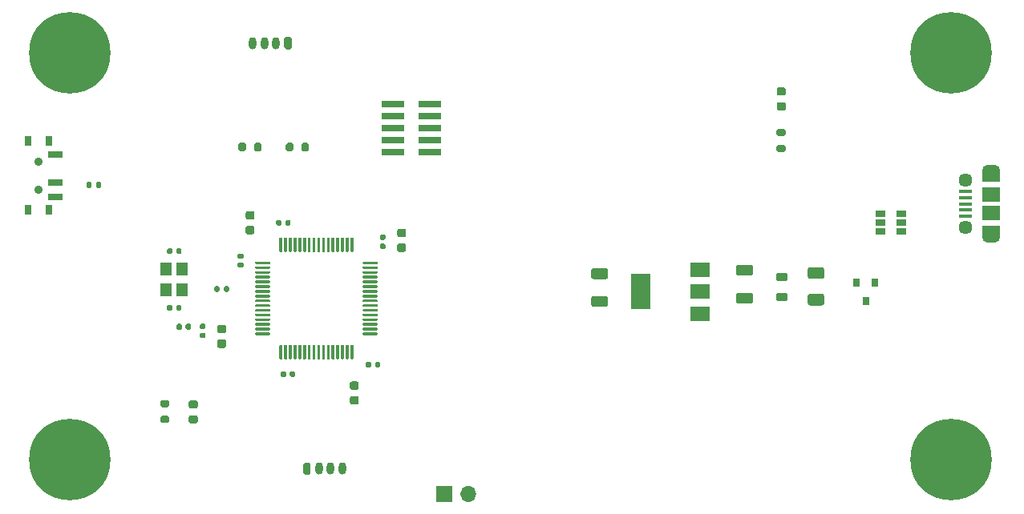
<source format=gbr>
%TF.GenerationSoftware,KiCad,Pcbnew,(5.1.8)-1*%
%TF.CreationDate,2021-03-29T14:59:59+03:00*%
%TF.ProjectId,STM32_PCB,53544d33-325f-4504-9342-2e6b69636164,rev?*%
%TF.SameCoordinates,Original*%
%TF.FileFunction,Soldermask,Top*%
%TF.FilePolarity,Negative*%
%FSLAX46Y46*%
G04 Gerber Fmt 4.6, Leading zero omitted, Abs format (unit mm)*
G04 Created by KiCad (PCBNEW (5.1.8)-1) date 2021-03-29 14:59:59*
%MOMM*%
%LPD*%
G01*
G04 APERTURE LIST*
%ADD10R,2.000000X1.500000*%
%ADD11R,2.000000X3.800000*%
%ADD12O,1.700000X1.700000*%
%ADD13R,1.700000X1.700000*%
%ADD14C,8.600000*%
%ADD15C,0.900000*%
%ADD16R,1.900000X1.500000*%
%ADD17C,1.450000*%
%ADD18R,1.350000X0.400000*%
%ADD19O,1.900000X1.200000*%
%ADD20R,1.900000X1.200000*%
%ADD21O,0.800000X1.300000*%
%ADD22R,2.400000X0.740000*%
%ADD23R,0.800000X0.900000*%
%ADD24R,1.500000X0.700000*%
%ADD25R,0.800000X1.000000*%
%ADD26R,1.060000X0.650000*%
%ADD27R,1.200000X1.400000*%
G04 APERTURE END LIST*
D10*
%TO.C,U3*%
X138550000Y-103600000D03*
X138550000Y-99000000D03*
X138550000Y-101300000D03*
D11*
X132250000Y-101300000D03*
%TD*%
%TO.C,C4*%
G36*
G01*
X128550001Y-99950000D02*
X127249999Y-99950000D01*
G75*
G02*
X127000000Y-99700001I0J249999D01*
G01*
X127000000Y-99049999D01*
G75*
G02*
X127249999Y-98800000I249999J0D01*
G01*
X128550001Y-98800000D01*
G75*
G02*
X128800000Y-99049999I0J-249999D01*
G01*
X128800000Y-99700001D01*
G75*
G02*
X128550001Y-99950000I-249999J0D01*
G01*
G37*
G36*
G01*
X128550001Y-102900000D02*
X127249999Y-102900000D01*
G75*
G02*
X127000000Y-102650001I0J249999D01*
G01*
X127000000Y-101999999D01*
G75*
G02*
X127249999Y-101750000I249999J0D01*
G01*
X128550001Y-101750000D01*
G75*
G02*
X128800000Y-101999999I0J-249999D01*
G01*
X128800000Y-102650001D01*
G75*
G02*
X128550001Y-102900000I-249999J0D01*
G01*
G37*
%TD*%
%TO.C,R11*%
G36*
G01*
X146775000Y-85725000D02*
X147325000Y-85725000D01*
G75*
G02*
X147525000Y-85925000I0J-200000D01*
G01*
X147525000Y-86325000D01*
G75*
G02*
X147325000Y-86525000I-200000J0D01*
G01*
X146775000Y-86525000D01*
G75*
G02*
X146575000Y-86325000I0J200000D01*
G01*
X146575000Y-85925000D01*
G75*
G02*
X146775000Y-85725000I200000J0D01*
G01*
G37*
G36*
G01*
X146775000Y-84075000D02*
X147325000Y-84075000D01*
G75*
G02*
X147525000Y-84275000I0J-200000D01*
G01*
X147525000Y-84675000D01*
G75*
G02*
X147325000Y-84875000I-200000J0D01*
G01*
X146775000Y-84875000D01*
G75*
G02*
X146575000Y-84675000I0J200000D01*
G01*
X146575000Y-84275000D01*
G75*
G02*
X146775000Y-84075000I200000J0D01*
G01*
G37*
%TD*%
%TO.C,FB1*%
G36*
G01*
X146768750Y-101425000D02*
X147531250Y-101425000D01*
G75*
G02*
X147750000Y-101643750I0J-218750D01*
G01*
X147750000Y-102081250D01*
G75*
G02*
X147531250Y-102300000I-218750J0D01*
G01*
X146768750Y-102300000D01*
G75*
G02*
X146550000Y-102081250I0J218750D01*
G01*
X146550000Y-101643750D01*
G75*
G02*
X146768750Y-101425000I218750J0D01*
G01*
G37*
G36*
G01*
X146768750Y-99300000D02*
X147531250Y-99300000D01*
G75*
G02*
X147750000Y-99518750I0J-218750D01*
G01*
X147750000Y-99956250D01*
G75*
G02*
X147531250Y-100175000I-218750J0D01*
G01*
X146768750Y-100175000D01*
G75*
G02*
X146550000Y-99956250I0J218750D01*
G01*
X146550000Y-99518750D01*
G75*
G02*
X146768750Y-99300000I218750J0D01*
G01*
G37*
%TD*%
%TO.C,F1*%
G36*
G01*
X150125000Y-101495000D02*
X151375000Y-101495000D01*
G75*
G02*
X151625000Y-101745000I0J-250000D01*
G01*
X151625000Y-102495000D01*
G75*
G02*
X151375000Y-102745000I-250000J0D01*
G01*
X150125000Y-102745000D01*
G75*
G02*
X149875000Y-102495000I0J250000D01*
G01*
X149875000Y-101745000D01*
G75*
G02*
X150125000Y-101495000I250000J0D01*
G01*
G37*
G36*
G01*
X150125000Y-98695000D02*
X151375000Y-98695000D01*
G75*
G02*
X151625000Y-98945000I0J-250000D01*
G01*
X151625000Y-99695000D01*
G75*
G02*
X151375000Y-99945000I-250000J0D01*
G01*
X150125000Y-99945000D01*
G75*
G02*
X149875000Y-99695000I0J250000D01*
G01*
X149875000Y-98945000D01*
G75*
G02*
X150125000Y-98695000I250000J0D01*
G01*
G37*
%TD*%
%TO.C,D4*%
G36*
G01*
X147346250Y-80550000D02*
X146833750Y-80550000D01*
G75*
G02*
X146615000Y-80331250I0J218750D01*
G01*
X146615000Y-79893750D01*
G75*
G02*
X146833750Y-79675000I218750J0D01*
G01*
X147346250Y-79675000D01*
G75*
G02*
X147565000Y-79893750I0J-218750D01*
G01*
X147565000Y-80331250D01*
G75*
G02*
X147346250Y-80550000I-218750J0D01*
G01*
G37*
G36*
G01*
X147346250Y-82125000D02*
X146833750Y-82125000D01*
G75*
G02*
X146615000Y-81906250I0J218750D01*
G01*
X146615000Y-81468750D01*
G75*
G02*
X146833750Y-81250000I218750J0D01*
G01*
X147346250Y-81250000D01*
G75*
G02*
X147565000Y-81468750I0J-218750D01*
G01*
X147565000Y-81906250D01*
G75*
G02*
X147346250Y-82125000I-218750J0D01*
G01*
G37*
%TD*%
%TO.C,C6*%
G36*
G01*
X142549999Y-101400000D02*
X143850001Y-101400000D01*
G75*
G02*
X144100000Y-101649999I0J-249999D01*
G01*
X144100000Y-102300001D01*
G75*
G02*
X143850001Y-102550000I-249999J0D01*
G01*
X142549999Y-102550000D01*
G75*
G02*
X142300000Y-102300001I0J249999D01*
G01*
X142300000Y-101649999D01*
G75*
G02*
X142549999Y-101400000I249999J0D01*
G01*
G37*
G36*
G01*
X142549999Y-98450000D02*
X143850001Y-98450000D01*
G75*
G02*
X144100000Y-98699999I0J-249999D01*
G01*
X144100000Y-99350001D01*
G75*
G02*
X143850001Y-99600000I-249999J0D01*
G01*
X142549999Y-99600000D01*
G75*
G02*
X142300000Y-99350001I0J249999D01*
G01*
X142300000Y-98699999D01*
G75*
G02*
X142549999Y-98450000I249999J0D01*
G01*
G37*
%TD*%
D12*
%TO.C,J6*%
X114040000Y-122650000D03*
D13*
X111500000Y-122650000D03*
%TD*%
%TO.C,C1*%
G36*
G01*
X91250000Y-95225000D02*
X90750000Y-95225000D01*
G75*
G02*
X90525000Y-95000000I0J225000D01*
G01*
X90525000Y-94550000D01*
G75*
G02*
X90750000Y-94325000I225000J0D01*
G01*
X91250000Y-94325000D01*
G75*
G02*
X91475000Y-94550000I0J-225000D01*
G01*
X91475000Y-95000000D01*
G75*
G02*
X91250000Y-95225000I-225000J0D01*
G01*
G37*
G36*
G01*
X91250000Y-93675000D02*
X90750000Y-93675000D01*
G75*
G02*
X90525000Y-93450000I0J225000D01*
G01*
X90525000Y-93000000D01*
G75*
G02*
X90750000Y-92775000I225000J0D01*
G01*
X91250000Y-92775000D01*
G75*
G02*
X91475000Y-93000000I0J-225000D01*
G01*
X91475000Y-93450000D01*
G75*
G02*
X91250000Y-93675000I-225000J0D01*
G01*
G37*
%TD*%
%TO.C,C2*%
G36*
G01*
X101750000Y-112325000D02*
X102250000Y-112325000D01*
G75*
G02*
X102475000Y-112550000I0J-225000D01*
G01*
X102475000Y-113000000D01*
G75*
G02*
X102250000Y-113225000I-225000J0D01*
G01*
X101750000Y-113225000D01*
G75*
G02*
X101525000Y-113000000I0J225000D01*
G01*
X101525000Y-112550000D01*
G75*
G02*
X101750000Y-112325000I225000J0D01*
G01*
G37*
G36*
G01*
X101750000Y-110775000D02*
X102250000Y-110775000D01*
G75*
G02*
X102475000Y-111000000I0J-225000D01*
G01*
X102475000Y-111450000D01*
G75*
G02*
X102250000Y-111675000I-225000J0D01*
G01*
X101750000Y-111675000D01*
G75*
G02*
X101525000Y-111450000I0J225000D01*
G01*
X101525000Y-111000000D01*
G75*
G02*
X101750000Y-110775000I225000J0D01*
G01*
G37*
%TD*%
%TO.C,C3*%
G36*
G01*
X90170000Y-97800000D02*
X89830000Y-97800000D01*
G75*
G02*
X89690000Y-97660000I0J140000D01*
G01*
X89690000Y-97380000D01*
G75*
G02*
X89830000Y-97240000I140000J0D01*
G01*
X90170000Y-97240000D01*
G75*
G02*
X90310000Y-97380000I0J-140000D01*
G01*
X90310000Y-97660000D01*
G75*
G02*
X90170000Y-97800000I-140000J0D01*
G01*
G37*
G36*
G01*
X90170000Y-98760000D02*
X89830000Y-98760000D01*
G75*
G02*
X89690000Y-98620000I0J140000D01*
G01*
X89690000Y-98340000D01*
G75*
G02*
X89830000Y-98200000I140000J0D01*
G01*
X90170000Y-98200000D01*
G75*
G02*
X90310000Y-98340000I0J-140000D01*
G01*
X90310000Y-98620000D01*
G75*
G02*
X90170000Y-98760000I-140000J0D01*
G01*
G37*
%TD*%
%TO.C,C5*%
G36*
G01*
X107250000Y-97085000D02*
X106750000Y-97085000D01*
G75*
G02*
X106525000Y-96860000I0J225000D01*
G01*
X106525000Y-96410000D01*
G75*
G02*
X106750000Y-96185000I225000J0D01*
G01*
X107250000Y-96185000D01*
G75*
G02*
X107475000Y-96410000I0J-225000D01*
G01*
X107475000Y-96860000D01*
G75*
G02*
X107250000Y-97085000I-225000J0D01*
G01*
G37*
G36*
G01*
X107250000Y-95535000D02*
X106750000Y-95535000D01*
G75*
G02*
X106525000Y-95310000I0J225000D01*
G01*
X106525000Y-94860000D01*
G75*
G02*
X106750000Y-94635000I225000J0D01*
G01*
X107250000Y-94635000D01*
G75*
G02*
X107475000Y-94860000I0J-225000D01*
G01*
X107475000Y-95310000D01*
G75*
G02*
X107250000Y-95535000I-225000J0D01*
G01*
G37*
%TD*%
%TO.C,C7*%
G36*
G01*
X95760000Y-109830000D02*
X95760000Y-110170000D01*
G75*
G02*
X95620000Y-110310000I-140000J0D01*
G01*
X95340000Y-110310000D01*
G75*
G02*
X95200000Y-110170000I0J140000D01*
G01*
X95200000Y-109830000D01*
G75*
G02*
X95340000Y-109690000I140000J0D01*
G01*
X95620000Y-109690000D01*
G75*
G02*
X95760000Y-109830000I0J-140000D01*
G01*
G37*
G36*
G01*
X94800000Y-109830000D02*
X94800000Y-110170000D01*
G75*
G02*
X94660000Y-110310000I-140000J0D01*
G01*
X94380000Y-110310000D01*
G75*
G02*
X94240000Y-110170000I0J140000D01*
G01*
X94240000Y-109830000D01*
G75*
G02*
X94380000Y-109690000I140000J0D01*
G01*
X94660000Y-109690000D01*
G75*
G02*
X94800000Y-109830000I0J-140000D01*
G01*
G37*
%TD*%
%TO.C,C9*%
G36*
G01*
X105170000Y-95800000D02*
X104830000Y-95800000D01*
G75*
G02*
X104690000Y-95660000I0J140000D01*
G01*
X104690000Y-95380000D01*
G75*
G02*
X104830000Y-95240000I140000J0D01*
G01*
X105170000Y-95240000D01*
G75*
G02*
X105310000Y-95380000I0J-140000D01*
G01*
X105310000Y-95660000D01*
G75*
G02*
X105170000Y-95800000I-140000J0D01*
G01*
G37*
G36*
G01*
X105170000Y-96760000D02*
X104830000Y-96760000D01*
G75*
G02*
X104690000Y-96620000I0J140000D01*
G01*
X104690000Y-96340000D01*
G75*
G02*
X104830000Y-96200000I140000J0D01*
G01*
X105170000Y-96200000D01*
G75*
G02*
X105310000Y-96340000I0J-140000D01*
G01*
X105310000Y-96620000D01*
G75*
G02*
X105170000Y-96760000I-140000J0D01*
G01*
G37*
%TD*%
%TO.C,C10*%
G36*
G01*
X93760000Y-94170000D02*
X93760000Y-93830000D01*
G75*
G02*
X93900000Y-93690000I140000J0D01*
G01*
X94180000Y-93690000D01*
G75*
G02*
X94320000Y-93830000I0J-140000D01*
G01*
X94320000Y-94170000D01*
G75*
G02*
X94180000Y-94310000I-140000J0D01*
G01*
X93900000Y-94310000D01*
G75*
G02*
X93760000Y-94170000I0J140000D01*
G01*
G37*
G36*
G01*
X94720000Y-94170000D02*
X94720000Y-93830000D01*
G75*
G02*
X94860000Y-93690000I140000J0D01*
G01*
X95140000Y-93690000D01*
G75*
G02*
X95280000Y-93830000I0J-140000D01*
G01*
X95280000Y-94170000D01*
G75*
G02*
X95140000Y-94310000I-140000J0D01*
G01*
X94860000Y-94310000D01*
G75*
G02*
X94720000Y-94170000I0J140000D01*
G01*
G37*
%TD*%
%TO.C,C11*%
G36*
G01*
X104200000Y-109170000D02*
X104200000Y-108830000D01*
G75*
G02*
X104340000Y-108690000I140000J0D01*
G01*
X104620000Y-108690000D01*
G75*
G02*
X104760000Y-108830000I0J-140000D01*
G01*
X104760000Y-109170000D01*
G75*
G02*
X104620000Y-109310000I-140000J0D01*
G01*
X104340000Y-109310000D01*
G75*
G02*
X104200000Y-109170000I0J140000D01*
G01*
G37*
G36*
G01*
X103240000Y-109170000D02*
X103240000Y-108830000D01*
G75*
G02*
X103380000Y-108690000I140000J0D01*
G01*
X103660000Y-108690000D01*
G75*
G02*
X103800000Y-108830000I0J-140000D01*
G01*
X103800000Y-109170000D01*
G75*
G02*
X103660000Y-109310000I-140000J0D01*
G01*
X103380000Y-109310000D01*
G75*
G02*
X103240000Y-109170000I0J140000D01*
G01*
G37*
%TD*%
%TO.C,C12*%
G36*
G01*
X82240000Y-97170000D02*
X82240000Y-96830000D01*
G75*
G02*
X82380000Y-96690000I140000J0D01*
G01*
X82660000Y-96690000D01*
G75*
G02*
X82800000Y-96830000I0J-140000D01*
G01*
X82800000Y-97170000D01*
G75*
G02*
X82660000Y-97310000I-140000J0D01*
G01*
X82380000Y-97310000D01*
G75*
G02*
X82240000Y-97170000I0J140000D01*
G01*
G37*
G36*
G01*
X83200000Y-97170000D02*
X83200000Y-96830000D01*
G75*
G02*
X83340000Y-96690000I140000J0D01*
G01*
X83620000Y-96690000D01*
G75*
G02*
X83760000Y-96830000I0J-140000D01*
G01*
X83760000Y-97170000D01*
G75*
G02*
X83620000Y-97310000I-140000J0D01*
G01*
X83340000Y-97310000D01*
G75*
G02*
X83200000Y-97170000I0J140000D01*
G01*
G37*
%TD*%
%TO.C,C13*%
G36*
G01*
X86170000Y-106200000D02*
X85830000Y-106200000D01*
G75*
G02*
X85690000Y-106060000I0J140000D01*
G01*
X85690000Y-105780000D01*
G75*
G02*
X85830000Y-105640000I140000J0D01*
G01*
X86170000Y-105640000D01*
G75*
G02*
X86310000Y-105780000I0J-140000D01*
G01*
X86310000Y-106060000D01*
G75*
G02*
X86170000Y-106200000I-140000J0D01*
G01*
G37*
G36*
G01*
X86170000Y-105240000D02*
X85830000Y-105240000D01*
G75*
G02*
X85690000Y-105100000I0J140000D01*
G01*
X85690000Y-104820000D01*
G75*
G02*
X85830000Y-104680000I140000J0D01*
G01*
X86170000Y-104680000D01*
G75*
G02*
X86310000Y-104820000I0J-140000D01*
G01*
X86310000Y-105100000D01*
G75*
G02*
X86170000Y-105240000I-140000J0D01*
G01*
G37*
%TD*%
%TO.C,C14*%
G36*
G01*
X82800000Y-102830000D02*
X82800000Y-103170000D01*
G75*
G02*
X82660000Y-103310000I-140000J0D01*
G01*
X82380000Y-103310000D01*
G75*
G02*
X82240000Y-103170000I0J140000D01*
G01*
X82240000Y-102830000D01*
G75*
G02*
X82380000Y-102690000I140000J0D01*
G01*
X82660000Y-102690000D01*
G75*
G02*
X82800000Y-102830000I0J-140000D01*
G01*
G37*
G36*
G01*
X83760000Y-102830000D02*
X83760000Y-103170000D01*
G75*
G02*
X83620000Y-103310000I-140000J0D01*
G01*
X83340000Y-103310000D01*
G75*
G02*
X83200000Y-103170000I0J140000D01*
G01*
X83200000Y-102830000D01*
G75*
G02*
X83340000Y-102690000I140000J0D01*
G01*
X83620000Y-102690000D01*
G75*
G02*
X83760000Y-102830000I0J-140000D01*
G01*
G37*
%TD*%
%TO.C,C15*%
G36*
G01*
X88250000Y-105685000D02*
X87750000Y-105685000D01*
G75*
G02*
X87525000Y-105460000I0J225000D01*
G01*
X87525000Y-105010000D01*
G75*
G02*
X87750000Y-104785000I225000J0D01*
G01*
X88250000Y-104785000D01*
G75*
G02*
X88475000Y-105010000I0J-225000D01*
G01*
X88475000Y-105460000D01*
G75*
G02*
X88250000Y-105685000I-225000J0D01*
G01*
G37*
G36*
G01*
X88250000Y-107235000D02*
X87750000Y-107235000D01*
G75*
G02*
X87525000Y-107010000I0J225000D01*
G01*
X87525000Y-106560000D01*
G75*
G02*
X87750000Y-106335000I225000J0D01*
G01*
X88250000Y-106335000D01*
G75*
G02*
X88475000Y-106560000I0J-225000D01*
G01*
X88475000Y-107010000D01*
G75*
G02*
X88250000Y-107235000I-225000J0D01*
G01*
G37*
%TD*%
%TO.C,D1*%
G36*
G01*
X84743750Y-112775000D02*
X85256250Y-112775000D01*
G75*
G02*
X85475000Y-112993750I0J-218750D01*
G01*
X85475000Y-113431250D01*
G75*
G02*
X85256250Y-113650000I-218750J0D01*
G01*
X84743750Y-113650000D01*
G75*
G02*
X84525000Y-113431250I0J218750D01*
G01*
X84525000Y-112993750D01*
G75*
G02*
X84743750Y-112775000I218750J0D01*
G01*
G37*
G36*
G01*
X84743750Y-114350000D02*
X85256250Y-114350000D01*
G75*
G02*
X85475000Y-114568750I0J-218750D01*
G01*
X85475000Y-115006250D01*
G75*
G02*
X85256250Y-115225000I-218750J0D01*
G01*
X84743750Y-115225000D01*
G75*
G02*
X84525000Y-115006250I0J218750D01*
G01*
X84525000Y-114568750D01*
G75*
G02*
X84743750Y-114350000I218750J0D01*
G01*
G37*
%TD*%
D14*
%TO.C,H1*%
X72000000Y-119000000D03*
D15*
X75225000Y-119000000D03*
X74280419Y-121280419D03*
X72000000Y-122225000D03*
X69719581Y-121280419D03*
X68775000Y-119000000D03*
X69719581Y-116719581D03*
X72000000Y-115775000D03*
X74280419Y-116719581D03*
%TD*%
%TO.C,H2*%
X167280419Y-116719581D03*
X165000000Y-115775000D03*
X162719581Y-116719581D03*
X161775000Y-119000000D03*
X162719581Y-121280419D03*
X165000000Y-122225000D03*
X167280419Y-121280419D03*
X168225000Y-119000000D03*
D14*
X165000000Y-119000000D03*
%TD*%
D15*
%TO.C,H3*%
X74280419Y-73719581D03*
X72000000Y-72775000D03*
X69719581Y-73719581D03*
X68775000Y-76000000D03*
X69719581Y-78280419D03*
X72000000Y-79225000D03*
X74280419Y-78280419D03*
X75225000Y-76000000D03*
D14*
X72000000Y-76000000D03*
%TD*%
%TO.C,H4*%
X165000000Y-76000000D03*
D15*
X168225000Y-76000000D03*
X167280419Y-78280419D03*
X165000000Y-79225000D03*
X162719581Y-78280419D03*
X161775000Y-76000000D03*
X162719581Y-73719581D03*
X165000000Y-72775000D03*
X167280419Y-73719581D03*
%TD*%
D16*
%TO.C,J2*%
X169237500Y-91000000D03*
D17*
X166537500Y-94500000D03*
D18*
X166537500Y-92650000D03*
X166537500Y-93300000D03*
X166537500Y-90700000D03*
X166537500Y-91350000D03*
X166537500Y-92000000D03*
D17*
X166537500Y-89500000D03*
D16*
X169237500Y-93000000D03*
D19*
X169237500Y-95500000D03*
X169237500Y-88500000D03*
D20*
X169237500Y-89100000D03*
X169237500Y-94900000D03*
%TD*%
%TO.C,J3*%
G36*
G01*
X95400000Y-74550000D02*
X95400000Y-75450000D01*
G75*
G02*
X95200000Y-75650000I-200000J0D01*
G01*
X94800000Y-75650000D01*
G75*
G02*
X94600000Y-75450000I0J200000D01*
G01*
X94600000Y-74550000D01*
G75*
G02*
X94800000Y-74350000I200000J0D01*
G01*
X95200000Y-74350000D01*
G75*
G02*
X95400000Y-74550000I0J-200000D01*
G01*
G37*
D21*
X93750000Y-75000000D03*
X92500000Y-75000000D03*
X91250000Y-75000000D03*
%TD*%
D22*
%TO.C,J4*%
X109950000Y-86540000D03*
X106050000Y-86540000D03*
X109950000Y-85270000D03*
X106050000Y-85270000D03*
X109950000Y-84000000D03*
X106050000Y-84000000D03*
X109950000Y-82730000D03*
X106050000Y-82730000D03*
X109950000Y-81460000D03*
X106050000Y-81460000D03*
%TD*%
D21*
%TO.C,J5*%
X100750000Y-120000000D03*
X99500000Y-120000000D03*
X98250000Y-120000000D03*
G36*
G01*
X96600000Y-120450000D02*
X96600000Y-119550000D01*
G75*
G02*
X96800000Y-119350000I200000J0D01*
G01*
X97200000Y-119350000D01*
G75*
G02*
X97400000Y-119550000I0J-200000D01*
G01*
X97400000Y-120450000D01*
G75*
G02*
X97200000Y-120650000I-200000J0D01*
G01*
X96800000Y-120650000D01*
G75*
G02*
X96600000Y-120450000I0J200000D01*
G01*
G37*
%TD*%
%TO.C,L1*%
G36*
G01*
X84780000Y-104827500D02*
X84780000Y-105172500D01*
G75*
G02*
X84632500Y-105320000I-147500J0D01*
G01*
X84337500Y-105320000D01*
G75*
G02*
X84190000Y-105172500I0J147500D01*
G01*
X84190000Y-104827500D01*
G75*
G02*
X84337500Y-104680000I147500J0D01*
G01*
X84632500Y-104680000D01*
G75*
G02*
X84780000Y-104827500I0J-147500D01*
G01*
G37*
G36*
G01*
X83810000Y-104827500D02*
X83810000Y-105172500D01*
G75*
G02*
X83662500Y-105320000I-147500J0D01*
G01*
X83367500Y-105320000D01*
G75*
G02*
X83220000Y-105172500I0J147500D01*
G01*
X83220000Y-104827500D01*
G75*
G02*
X83367500Y-104680000I147500J0D01*
G01*
X83662500Y-104680000D01*
G75*
G02*
X83810000Y-104827500I0J-147500D01*
G01*
G37*
%TD*%
D23*
%TO.C,Q1*%
X156950000Y-100300000D03*
X155050000Y-100300000D03*
X156000000Y-102300000D03*
%TD*%
%TO.C,R1*%
G36*
G01*
X82275000Y-115185000D02*
X81725000Y-115185000D01*
G75*
G02*
X81525000Y-114985000I0J200000D01*
G01*
X81525000Y-114585000D01*
G75*
G02*
X81725000Y-114385000I200000J0D01*
G01*
X82275000Y-114385000D01*
G75*
G02*
X82475000Y-114585000I0J-200000D01*
G01*
X82475000Y-114985000D01*
G75*
G02*
X82275000Y-115185000I-200000J0D01*
G01*
G37*
G36*
G01*
X82275000Y-113535000D02*
X81725000Y-113535000D01*
G75*
G02*
X81525000Y-113335000I0J200000D01*
G01*
X81525000Y-112935000D01*
G75*
G02*
X81725000Y-112735000I200000J0D01*
G01*
X82275000Y-112735000D01*
G75*
G02*
X82475000Y-112935000I0J-200000D01*
G01*
X82475000Y-113335000D01*
G75*
G02*
X82275000Y-113535000I-200000J0D01*
G01*
G37*
%TD*%
%TO.C,R2*%
G36*
G01*
X95575000Y-85725000D02*
X95575000Y-86275000D01*
G75*
G02*
X95375000Y-86475000I-200000J0D01*
G01*
X94975000Y-86475000D01*
G75*
G02*
X94775000Y-86275000I0J200000D01*
G01*
X94775000Y-85725000D01*
G75*
G02*
X94975000Y-85525000I200000J0D01*
G01*
X95375000Y-85525000D01*
G75*
G02*
X95575000Y-85725000I0J-200000D01*
G01*
G37*
G36*
G01*
X97225000Y-85725000D02*
X97225000Y-86275000D01*
G75*
G02*
X97025000Y-86475000I-200000J0D01*
G01*
X96625000Y-86475000D01*
G75*
G02*
X96425000Y-86275000I0J200000D01*
G01*
X96425000Y-85725000D01*
G75*
G02*
X96625000Y-85525000I200000J0D01*
G01*
X97025000Y-85525000D01*
G75*
G02*
X97225000Y-85725000I0J-200000D01*
G01*
G37*
%TD*%
%TO.C,R3*%
G36*
G01*
X89775000Y-86275000D02*
X89775000Y-85725000D01*
G75*
G02*
X89975000Y-85525000I200000J0D01*
G01*
X90375000Y-85525000D01*
G75*
G02*
X90575000Y-85725000I0J-200000D01*
G01*
X90575000Y-86275000D01*
G75*
G02*
X90375000Y-86475000I-200000J0D01*
G01*
X89975000Y-86475000D01*
G75*
G02*
X89775000Y-86275000I0J200000D01*
G01*
G37*
G36*
G01*
X91425000Y-86275000D02*
X91425000Y-85725000D01*
G75*
G02*
X91625000Y-85525000I200000J0D01*
G01*
X92025000Y-85525000D01*
G75*
G02*
X92225000Y-85725000I0J-200000D01*
G01*
X92225000Y-86275000D01*
G75*
G02*
X92025000Y-86475000I-200000J0D01*
G01*
X91625000Y-86475000D01*
G75*
G02*
X91425000Y-86275000I0J200000D01*
G01*
G37*
%TD*%
%TO.C,R4*%
G36*
G01*
X73730000Y-90185000D02*
X73730000Y-89815000D01*
G75*
G02*
X73865000Y-89680000I135000J0D01*
G01*
X74135000Y-89680000D01*
G75*
G02*
X74270000Y-89815000I0J-135000D01*
G01*
X74270000Y-90185000D01*
G75*
G02*
X74135000Y-90320000I-135000J0D01*
G01*
X73865000Y-90320000D01*
G75*
G02*
X73730000Y-90185000I0J135000D01*
G01*
G37*
G36*
G01*
X74750000Y-90185000D02*
X74750000Y-89815000D01*
G75*
G02*
X74885000Y-89680000I135000J0D01*
G01*
X75155000Y-89680000D01*
G75*
G02*
X75290000Y-89815000I0J-135000D01*
G01*
X75290000Y-90185000D01*
G75*
G02*
X75155000Y-90320000I-135000J0D01*
G01*
X74885000Y-90320000D01*
G75*
G02*
X74750000Y-90185000I0J135000D01*
G01*
G37*
%TD*%
%TO.C,R5*%
G36*
G01*
X87760000Y-100815000D02*
X87760000Y-101185000D01*
G75*
G02*
X87625000Y-101320000I-135000J0D01*
G01*
X87355000Y-101320000D01*
G75*
G02*
X87220000Y-101185000I0J135000D01*
G01*
X87220000Y-100815000D01*
G75*
G02*
X87355000Y-100680000I135000J0D01*
G01*
X87625000Y-100680000D01*
G75*
G02*
X87760000Y-100815000I0J-135000D01*
G01*
G37*
G36*
G01*
X88780000Y-100815000D02*
X88780000Y-101185000D01*
G75*
G02*
X88645000Y-101320000I-135000J0D01*
G01*
X88375000Y-101320000D01*
G75*
G02*
X88240000Y-101185000I0J135000D01*
G01*
X88240000Y-100815000D01*
G75*
G02*
X88375000Y-100680000I135000J0D01*
G01*
X88645000Y-100680000D01*
G75*
G02*
X88780000Y-100815000I0J-135000D01*
G01*
G37*
%TD*%
D15*
%TO.C,SW1*%
X68670000Y-87500000D03*
X68670000Y-90500000D03*
D24*
X70430000Y-86750000D03*
X70430000Y-89750000D03*
X70430000Y-91250000D03*
D25*
X67570000Y-85350000D03*
X67570000Y-92650000D03*
X69780000Y-92650000D03*
X69780000Y-85350000D03*
%TD*%
%TO.C,U1*%
G36*
G01*
X91550000Y-98325000D02*
X91550000Y-98175000D01*
G75*
G02*
X91625000Y-98100000I75000J0D01*
G01*
X93025000Y-98100000D01*
G75*
G02*
X93100000Y-98175000I0J-75000D01*
G01*
X93100000Y-98325000D01*
G75*
G02*
X93025000Y-98400000I-75000J0D01*
G01*
X91625000Y-98400000D01*
G75*
G02*
X91550000Y-98325000I0J75000D01*
G01*
G37*
G36*
G01*
X91550000Y-98825000D02*
X91550000Y-98675000D01*
G75*
G02*
X91625000Y-98600000I75000J0D01*
G01*
X93025000Y-98600000D01*
G75*
G02*
X93100000Y-98675000I0J-75000D01*
G01*
X93100000Y-98825000D01*
G75*
G02*
X93025000Y-98900000I-75000J0D01*
G01*
X91625000Y-98900000D01*
G75*
G02*
X91550000Y-98825000I0J75000D01*
G01*
G37*
G36*
G01*
X91550000Y-99325000D02*
X91550000Y-99175000D01*
G75*
G02*
X91625000Y-99100000I75000J0D01*
G01*
X93025000Y-99100000D01*
G75*
G02*
X93100000Y-99175000I0J-75000D01*
G01*
X93100000Y-99325000D01*
G75*
G02*
X93025000Y-99400000I-75000J0D01*
G01*
X91625000Y-99400000D01*
G75*
G02*
X91550000Y-99325000I0J75000D01*
G01*
G37*
G36*
G01*
X91550000Y-99825000D02*
X91550000Y-99675000D01*
G75*
G02*
X91625000Y-99600000I75000J0D01*
G01*
X93025000Y-99600000D01*
G75*
G02*
X93100000Y-99675000I0J-75000D01*
G01*
X93100000Y-99825000D01*
G75*
G02*
X93025000Y-99900000I-75000J0D01*
G01*
X91625000Y-99900000D01*
G75*
G02*
X91550000Y-99825000I0J75000D01*
G01*
G37*
G36*
G01*
X91550000Y-100325000D02*
X91550000Y-100175000D01*
G75*
G02*
X91625000Y-100100000I75000J0D01*
G01*
X93025000Y-100100000D01*
G75*
G02*
X93100000Y-100175000I0J-75000D01*
G01*
X93100000Y-100325000D01*
G75*
G02*
X93025000Y-100400000I-75000J0D01*
G01*
X91625000Y-100400000D01*
G75*
G02*
X91550000Y-100325000I0J75000D01*
G01*
G37*
G36*
G01*
X91550000Y-100825000D02*
X91550000Y-100675000D01*
G75*
G02*
X91625000Y-100600000I75000J0D01*
G01*
X93025000Y-100600000D01*
G75*
G02*
X93100000Y-100675000I0J-75000D01*
G01*
X93100000Y-100825000D01*
G75*
G02*
X93025000Y-100900000I-75000J0D01*
G01*
X91625000Y-100900000D01*
G75*
G02*
X91550000Y-100825000I0J75000D01*
G01*
G37*
G36*
G01*
X91550000Y-101325000D02*
X91550000Y-101175000D01*
G75*
G02*
X91625000Y-101100000I75000J0D01*
G01*
X93025000Y-101100000D01*
G75*
G02*
X93100000Y-101175000I0J-75000D01*
G01*
X93100000Y-101325000D01*
G75*
G02*
X93025000Y-101400000I-75000J0D01*
G01*
X91625000Y-101400000D01*
G75*
G02*
X91550000Y-101325000I0J75000D01*
G01*
G37*
G36*
G01*
X91550000Y-101825000D02*
X91550000Y-101675000D01*
G75*
G02*
X91625000Y-101600000I75000J0D01*
G01*
X93025000Y-101600000D01*
G75*
G02*
X93100000Y-101675000I0J-75000D01*
G01*
X93100000Y-101825000D01*
G75*
G02*
X93025000Y-101900000I-75000J0D01*
G01*
X91625000Y-101900000D01*
G75*
G02*
X91550000Y-101825000I0J75000D01*
G01*
G37*
G36*
G01*
X91550000Y-102325000D02*
X91550000Y-102175000D01*
G75*
G02*
X91625000Y-102100000I75000J0D01*
G01*
X93025000Y-102100000D01*
G75*
G02*
X93100000Y-102175000I0J-75000D01*
G01*
X93100000Y-102325000D01*
G75*
G02*
X93025000Y-102400000I-75000J0D01*
G01*
X91625000Y-102400000D01*
G75*
G02*
X91550000Y-102325000I0J75000D01*
G01*
G37*
G36*
G01*
X91550000Y-102825000D02*
X91550000Y-102675000D01*
G75*
G02*
X91625000Y-102600000I75000J0D01*
G01*
X93025000Y-102600000D01*
G75*
G02*
X93100000Y-102675000I0J-75000D01*
G01*
X93100000Y-102825000D01*
G75*
G02*
X93025000Y-102900000I-75000J0D01*
G01*
X91625000Y-102900000D01*
G75*
G02*
X91550000Y-102825000I0J75000D01*
G01*
G37*
G36*
G01*
X91550000Y-103325000D02*
X91550000Y-103175000D01*
G75*
G02*
X91625000Y-103100000I75000J0D01*
G01*
X93025000Y-103100000D01*
G75*
G02*
X93100000Y-103175000I0J-75000D01*
G01*
X93100000Y-103325000D01*
G75*
G02*
X93025000Y-103400000I-75000J0D01*
G01*
X91625000Y-103400000D01*
G75*
G02*
X91550000Y-103325000I0J75000D01*
G01*
G37*
G36*
G01*
X91550000Y-103825000D02*
X91550000Y-103675000D01*
G75*
G02*
X91625000Y-103600000I75000J0D01*
G01*
X93025000Y-103600000D01*
G75*
G02*
X93100000Y-103675000I0J-75000D01*
G01*
X93100000Y-103825000D01*
G75*
G02*
X93025000Y-103900000I-75000J0D01*
G01*
X91625000Y-103900000D01*
G75*
G02*
X91550000Y-103825000I0J75000D01*
G01*
G37*
G36*
G01*
X91550000Y-104325000D02*
X91550000Y-104175000D01*
G75*
G02*
X91625000Y-104100000I75000J0D01*
G01*
X93025000Y-104100000D01*
G75*
G02*
X93100000Y-104175000I0J-75000D01*
G01*
X93100000Y-104325000D01*
G75*
G02*
X93025000Y-104400000I-75000J0D01*
G01*
X91625000Y-104400000D01*
G75*
G02*
X91550000Y-104325000I0J75000D01*
G01*
G37*
G36*
G01*
X91550000Y-104825000D02*
X91550000Y-104675000D01*
G75*
G02*
X91625000Y-104600000I75000J0D01*
G01*
X93025000Y-104600000D01*
G75*
G02*
X93100000Y-104675000I0J-75000D01*
G01*
X93100000Y-104825000D01*
G75*
G02*
X93025000Y-104900000I-75000J0D01*
G01*
X91625000Y-104900000D01*
G75*
G02*
X91550000Y-104825000I0J75000D01*
G01*
G37*
G36*
G01*
X91550000Y-105325000D02*
X91550000Y-105175000D01*
G75*
G02*
X91625000Y-105100000I75000J0D01*
G01*
X93025000Y-105100000D01*
G75*
G02*
X93100000Y-105175000I0J-75000D01*
G01*
X93100000Y-105325000D01*
G75*
G02*
X93025000Y-105400000I-75000J0D01*
G01*
X91625000Y-105400000D01*
G75*
G02*
X91550000Y-105325000I0J75000D01*
G01*
G37*
G36*
G01*
X91550000Y-105825000D02*
X91550000Y-105675000D01*
G75*
G02*
X91625000Y-105600000I75000J0D01*
G01*
X93025000Y-105600000D01*
G75*
G02*
X93100000Y-105675000I0J-75000D01*
G01*
X93100000Y-105825000D01*
G75*
G02*
X93025000Y-105900000I-75000J0D01*
G01*
X91625000Y-105900000D01*
G75*
G02*
X91550000Y-105825000I0J75000D01*
G01*
G37*
G36*
G01*
X94100000Y-108375000D02*
X94100000Y-106975000D01*
G75*
G02*
X94175000Y-106900000I75000J0D01*
G01*
X94325000Y-106900000D01*
G75*
G02*
X94400000Y-106975000I0J-75000D01*
G01*
X94400000Y-108375000D01*
G75*
G02*
X94325000Y-108450000I-75000J0D01*
G01*
X94175000Y-108450000D01*
G75*
G02*
X94100000Y-108375000I0J75000D01*
G01*
G37*
G36*
G01*
X94600000Y-108375000D02*
X94600000Y-106975000D01*
G75*
G02*
X94675000Y-106900000I75000J0D01*
G01*
X94825000Y-106900000D01*
G75*
G02*
X94900000Y-106975000I0J-75000D01*
G01*
X94900000Y-108375000D01*
G75*
G02*
X94825000Y-108450000I-75000J0D01*
G01*
X94675000Y-108450000D01*
G75*
G02*
X94600000Y-108375000I0J75000D01*
G01*
G37*
G36*
G01*
X95100000Y-108375000D02*
X95100000Y-106975000D01*
G75*
G02*
X95175000Y-106900000I75000J0D01*
G01*
X95325000Y-106900000D01*
G75*
G02*
X95400000Y-106975000I0J-75000D01*
G01*
X95400000Y-108375000D01*
G75*
G02*
X95325000Y-108450000I-75000J0D01*
G01*
X95175000Y-108450000D01*
G75*
G02*
X95100000Y-108375000I0J75000D01*
G01*
G37*
G36*
G01*
X95600000Y-108375000D02*
X95600000Y-106975000D01*
G75*
G02*
X95675000Y-106900000I75000J0D01*
G01*
X95825000Y-106900000D01*
G75*
G02*
X95900000Y-106975000I0J-75000D01*
G01*
X95900000Y-108375000D01*
G75*
G02*
X95825000Y-108450000I-75000J0D01*
G01*
X95675000Y-108450000D01*
G75*
G02*
X95600000Y-108375000I0J75000D01*
G01*
G37*
G36*
G01*
X96100000Y-108375000D02*
X96100000Y-106975000D01*
G75*
G02*
X96175000Y-106900000I75000J0D01*
G01*
X96325000Y-106900000D01*
G75*
G02*
X96400000Y-106975000I0J-75000D01*
G01*
X96400000Y-108375000D01*
G75*
G02*
X96325000Y-108450000I-75000J0D01*
G01*
X96175000Y-108450000D01*
G75*
G02*
X96100000Y-108375000I0J75000D01*
G01*
G37*
G36*
G01*
X96600000Y-108375000D02*
X96600000Y-106975000D01*
G75*
G02*
X96675000Y-106900000I75000J0D01*
G01*
X96825000Y-106900000D01*
G75*
G02*
X96900000Y-106975000I0J-75000D01*
G01*
X96900000Y-108375000D01*
G75*
G02*
X96825000Y-108450000I-75000J0D01*
G01*
X96675000Y-108450000D01*
G75*
G02*
X96600000Y-108375000I0J75000D01*
G01*
G37*
G36*
G01*
X97100000Y-108375000D02*
X97100000Y-106975000D01*
G75*
G02*
X97175000Y-106900000I75000J0D01*
G01*
X97325000Y-106900000D01*
G75*
G02*
X97400000Y-106975000I0J-75000D01*
G01*
X97400000Y-108375000D01*
G75*
G02*
X97325000Y-108450000I-75000J0D01*
G01*
X97175000Y-108450000D01*
G75*
G02*
X97100000Y-108375000I0J75000D01*
G01*
G37*
G36*
G01*
X97600000Y-108375000D02*
X97600000Y-106975000D01*
G75*
G02*
X97675000Y-106900000I75000J0D01*
G01*
X97825000Y-106900000D01*
G75*
G02*
X97900000Y-106975000I0J-75000D01*
G01*
X97900000Y-108375000D01*
G75*
G02*
X97825000Y-108450000I-75000J0D01*
G01*
X97675000Y-108450000D01*
G75*
G02*
X97600000Y-108375000I0J75000D01*
G01*
G37*
G36*
G01*
X98100000Y-108375000D02*
X98100000Y-106975000D01*
G75*
G02*
X98175000Y-106900000I75000J0D01*
G01*
X98325000Y-106900000D01*
G75*
G02*
X98400000Y-106975000I0J-75000D01*
G01*
X98400000Y-108375000D01*
G75*
G02*
X98325000Y-108450000I-75000J0D01*
G01*
X98175000Y-108450000D01*
G75*
G02*
X98100000Y-108375000I0J75000D01*
G01*
G37*
G36*
G01*
X98600000Y-108375000D02*
X98600000Y-106975000D01*
G75*
G02*
X98675000Y-106900000I75000J0D01*
G01*
X98825000Y-106900000D01*
G75*
G02*
X98900000Y-106975000I0J-75000D01*
G01*
X98900000Y-108375000D01*
G75*
G02*
X98825000Y-108450000I-75000J0D01*
G01*
X98675000Y-108450000D01*
G75*
G02*
X98600000Y-108375000I0J75000D01*
G01*
G37*
G36*
G01*
X99100000Y-108375000D02*
X99100000Y-106975000D01*
G75*
G02*
X99175000Y-106900000I75000J0D01*
G01*
X99325000Y-106900000D01*
G75*
G02*
X99400000Y-106975000I0J-75000D01*
G01*
X99400000Y-108375000D01*
G75*
G02*
X99325000Y-108450000I-75000J0D01*
G01*
X99175000Y-108450000D01*
G75*
G02*
X99100000Y-108375000I0J75000D01*
G01*
G37*
G36*
G01*
X99600000Y-108375000D02*
X99600000Y-106975000D01*
G75*
G02*
X99675000Y-106900000I75000J0D01*
G01*
X99825000Y-106900000D01*
G75*
G02*
X99900000Y-106975000I0J-75000D01*
G01*
X99900000Y-108375000D01*
G75*
G02*
X99825000Y-108450000I-75000J0D01*
G01*
X99675000Y-108450000D01*
G75*
G02*
X99600000Y-108375000I0J75000D01*
G01*
G37*
G36*
G01*
X100100000Y-108375000D02*
X100100000Y-106975000D01*
G75*
G02*
X100175000Y-106900000I75000J0D01*
G01*
X100325000Y-106900000D01*
G75*
G02*
X100400000Y-106975000I0J-75000D01*
G01*
X100400000Y-108375000D01*
G75*
G02*
X100325000Y-108450000I-75000J0D01*
G01*
X100175000Y-108450000D01*
G75*
G02*
X100100000Y-108375000I0J75000D01*
G01*
G37*
G36*
G01*
X100600000Y-108375000D02*
X100600000Y-106975000D01*
G75*
G02*
X100675000Y-106900000I75000J0D01*
G01*
X100825000Y-106900000D01*
G75*
G02*
X100900000Y-106975000I0J-75000D01*
G01*
X100900000Y-108375000D01*
G75*
G02*
X100825000Y-108450000I-75000J0D01*
G01*
X100675000Y-108450000D01*
G75*
G02*
X100600000Y-108375000I0J75000D01*
G01*
G37*
G36*
G01*
X101100000Y-108375000D02*
X101100000Y-106975000D01*
G75*
G02*
X101175000Y-106900000I75000J0D01*
G01*
X101325000Y-106900000D01*
G75*
G02*
X101400000Y-106975000I0J-75000D01*
G01*
X101400000Y-108375000D01*
G75*
G02*
X101325000Y-108450000I-75000J0D01*
G01*
X101175000Y-108450000D01*
G75*
G02*
X101100000Y-108375000I0J75000D01*
G01*
G37*
G36*
G01*
X101600000Y-108375000D02*
X101600000Y-106975000D01*
G75*
G02*
X101675000Y-106900000I75000J0D01*
G01*
X101825000Y-106900000D01*
G75*
G02*
X101900000Y-106975000I0J-75000D01*
G01*
X101900000Y-108375000D01*
G75*
G02*
X101825000Y-108450000I-75000J0D01*
G01*
X101675000Y-108450000D01*
G75*
G02*
X101600000Y-108375000I0J75000D01*
G01*
G37*
G36*
G01*
X102900000Y-105825000D02*
X102900000Y-105675000D01*
G75*
G02*
X102975000Y-105600000I75000J0D01*
G01*
X104375000Y-105600000D01*
G75*
G02*
X104450000Y-105675000I0J-75000D01*
G01*
X104450000Y-105825000D01*
G75*
G02*
X104375000Y-105900000I-75000J0D01*
G01*
X102975000Y-105900000D01*
G75*
G02*
X102900000Y-105825000I0J75000D01*
G01*
G37*
G36*
G01*
X102900000Y-105325000D02*
X102900000Y-105175000D01*
G75*
G02*
X102975000Y-105100000I75000J0D01*
G01*
X104375000Y-105100000D01*
G75*
G02*
X104450000Y-105175000I0J-75000D01*
G01*
X104450000Y-105325000D01*
G75*
G02*
X104375000Y-105400000I-75000J0D01*
G01*
X102975000Y-105400000D01*
G75*
G02*
X102900000Y-105325000I0J75000D01*
G01*
G37*
G36*
G01*
X102900000Y-104825000D02*
X102900000Y-104675000D01*
G75*
G02*
X102975000Y-104600000I75000J0D01*
G01*
X104375000Y-104600000D01*
G75*
G02*
X104450000Y-104675000I0J-75000D01*
G01*
X104450000Y-104825000D01*
G75*
G02*
X104375000Y-104900000I-75000J0D01*
G01*
X102975000Y-104900000D01*
G75*
G02*
X102900000Y-104825000I0J75000D01*
G01*
G37*
G36*
G01*
X102900000Y-104325000D02*
X102900000Y-104175000D01*
G75*
G02*
X102975000Y-104100000I75000J0D01*
G01*
X104375000Y-104100000D01*
G75*
G02*
X104450000Y-104175000I0J-75000D01*
G01*
X104450000Y-104325000D01*
G75*
G02*
X104375000Y-104400000I-75000J0D01*
G01*
X102975000Y-104400000D01*
G75*
G02*
X102900000Y-104325000I0J75000D01*
G01*
G37*
G36*
G01*
X102900000Y-103825000D02*
X102900000Y-103675000D01*
G75*
G02*
X102975000Y-103600000I75000J0D01*
G01*
X104375000Y-103600000D01*
G75*
G02*
X104450000Y-103675000I0J-75000D01*
G01*
X104450000Y-103825000D01*
G75*
G02*
X104375000Y-103900000I-75000J0D01*
G01*
X102975000Y-103900000D01*
G75*
G02*
X102900000Y-103825000I0J75000D01*
G01*
G37*
G36*
G01*
X102900000Y-103325000D02*
X102900000Y-103175000D01*
G75*
G02*
X102975000Y-103100000I75000J0D01*
G01*
X104375000Y-103100000D01*
G75*
G02*
X104450000Y-103175000I0J-75000D01*
G01*
X104450000Y-103325000D01*
G75*
G02*
X104375000Y-103400000I-75000J0D01*
G01*
X102975000Y-103400000D01*
G75*
G02*
X102900000Y-103325000I0J75000D01*
G01*
G37*
G36*
G01*
X102900000Y-102825000D02*
X102900000Y-102675000D01*
G75*
G02*
X102975000Y-102600000I75000J0D01*
G01*
X104375000Y-102600000D01*
G75*
G02*
X104450000Y-102675000I0J-75000D01*
G01*
X104450000Y-102825000D01*
G75*
G02*
X104375000Y-102900000I-75000J0D01*
G01*
X102975000Y-102900000D01*
G75*
G02*
X102900000Y-102825000I0J75000D01*
G01*
G37*
G36*
G01*
X102900000Y-102325000D02*
X102900000Y-102175000D01*
G75*
G02*
X102975000Y-102100000I75000J0D01*
G01*
X104375000Y-102100000D01*
G75*
G02*
X104450000Y-102175000I0J-75000D01*
G01*
X104450000Y-102325000D01*
G75*
G02*
X104375000Y-102400000I-75000J0D01*
G01*
X102975000Y-102400000D01*
G75*
G02*
X102900000Y-102325000I0J75000D01*
G01*
G37*
G36*
G01*
X102900000Y-101825000D02*
X102900000Y-101675000D01*
G75*
G02*
X102975000Y-101600000I75000J0D01*
G01*
X104375000Y-101600000D01*
G75*
G02*
X104450000Y-101675000I0J-75000D01*
G01*
X104450000Y-101825000D01*
G75*
G02*
X104375000Y-101900000I-75000J0D01*
G01*
X102975000Y-101900000D01*
G75*
G02*
X102900000Y-101825000I0J75000D01*
G01*
G37*
G36*
G01*
X102900000Y-101325000D02*
X102900000Y-101175000D01*
G75*
G02*
X102975000Y-101100000I75000J0D01*
G01*
X104375000Y-101100000D01*
G75*
G02*
X104450000Y-101175000I0J-75000D01*
G01*
X104450000Y-101325000D01*
G75*
G02*
X104375000Y-101400000I-75000J0D01*
G01*
X102975000Y-101400000D01*
G75*
G02*
X102900000Y-101325000I0J75000D01*
G01*
G37*
G36*
G01*
X102900000Y-100825000D02*
X102900000Y-100675000D01*
G75*
G02*
X102975000Y-100600000I75000J0D01*
G01*
X104375000Y-100600000D01*
G75*
G02*
X104450000Y-100675000I0J-75000D01*
G01*
X104450000Y-100825000D01*
G75*
G02*
X104375000Y-100900000I-75000J0D01*
G01*
X102975000Y-100900000D01*
G75*
G02*
X102900000Y-100825000I0J75000D01*
G01*
G37*
G36*
G01*
X102900000Y-100325000D02*
X102900000Y-100175000D01*
G75*
G02*
X102975000Y-100100000I75000J0D01*
G01*
X104375000Y-100100000D01*
G75*
G02*
X104450000Y-100175000I0J-75000D01*
G01*
X104450000Y-100325000D01*
G75*
G02*
X104375000Y-100400000I-75000J0D01*
G01*
X102975000Y-100400000D01*
G75*
G02*
X102900000Y-100325000I0J75000D01*
G01*
G37*
G36*
G01*
X102900000Y-99825000D02*
X102900000Y-99675000D01*
G75*
G02*
X102975000Y-99600000I75000J0D01*
G01*
X104375000Y-99600000D01*
G75*
G02*
X104450000Y-99675000I0J-75000D01*
G01*
X104450000Y-99825000D01*
G75*
G02*
X104375000Y-99900000I-75000J0D01*
G01*
X102975000Y-99900000D01*
G75*
G02*
X102900000Y-99825000I0J75000D01*
G01*
G37*
G36*
G01*
X102900000Y-99325000D02*
X102900000Y-99175000D01*
G75*
G02*
X102975000Y-99100000I75000J0D01*
G01*
X104375000Y-99100000D01*
G75*
G02*
X104450000Y-99175000I0J-75000D01*
G01*
X104450000Y-99325000D01*
G75*
G02*
X104375000Y-99400000I-75000J0D01*
G01*
X102975000Y-99400000D01*
G75*
G02*
X102900000Y-99325000I0J75000D01*
G01*
G37*
G36*
G01*
X102900000Y-98825000D02*
X102900000Y-98675000D01*
G75*
G02*
X102975000Y-98600000I75000J0D01*
G01*
X104375000Y-98600000D01*
G75*
G02*
X104450000Y-98675000I0J-75000D01*
G01*
X104450000Y-98825000D01*
G75*
G02*
X104375000Y-98900000I-75000J0D01*
G01*
X102975000Y-98900000D01*
G75*
G02*
X102900000Y-98825000I0J75000D01*
G01*
G37*
G36*
G01*
X102900000Y-98325000D02*
X102900000Y-98175000D01*
G75*
G02*
X102975000Y-98100000I75000J0D01*
G01*
X104375000Y-98100000D01*
G75*
G02*
X104450000Y-98175000I0J-75000D01*
G01*
X104450000Y-98325000D01*
G75*
G02*
X104375000Y-98400000I-75000J0D01*
G01*
X102975000Y-98400000D01*
G75*
G02*
X102900000Y-98325000I0J75000D01*
G01*
G37*
G36*
G01*
X101600000Y-97025000D02*
X101600000Y-95625000D01*
G75*
G02*
X101675000Y-95550000I75000J0D01*
G01*
X101825000Y-95550000D01*
G75*
G02*
X101900000Y-95625000I0J-75000D01*
G01*
X101900000Y-97025000D01*
G75*
G02*
X101825000Y-97100000I-75000J0D01*
G01*
X101675000Y-97100000D01*
G75*
G02*
X101600000Y-97025000I0J75000D01*
G01*
G37*
G36*
G01*
X101100000Y-97025000D02*
X101100000Y-95625000D01*
G75*
G02*
X101175000Y-95550000I75000J0D01*
G01*
X101325000Y-95550000D01*
G75*
G02*
X101400000Y-95625000I0J-75000D01*
G01*
X101400000Y-97025000D01*
G75*
G02*
X101325000Y-97100000I-75000J0D01*
G01*
X101175000Y-97100000D01*
G75*
G02*
X101100000Y-97025000I0J75000D01*
G01*
G37*
G36*
G01*
X100600000Y-97025000D02*
X100600000Y-95625000D01*
G75*
G02*
X100675000Y-95550000I75000J0D01*
G01*
X100825000Y-95550000D01*
G75*
G02*
X100900000Y-95625000I0J-75000D01*
G01*
X100900000Y-97025000D01*
G75*
G02*
X100825000Y-97100000I-75000J0D01*
G01*
X100675000Y-97100000D01*
G75*
G02*
X100600000Y-97025000I0J75000D01*
G01*
G37*
G36*
G01*
X100100000Y-97025000D02*
X100100000Y-95625000D01*
G75*
G02*
X100175000Y-95550000I75000J0D01*
G01*
X100325000Y-95550000D01*
G75*
G02*
X100400000Y-95625000I0J-75000D01*
G01*
X100400000Y-97025000D01*
G75*
G02*
X100325000Y-97100000I-75000J0D01*
G01*
X100175000Y-97100000D01*
G75*
G02*
X100100000Y-97025000I0J75000D01*
G01*
G37*
G36*
G01*
X99600000Y-97025000D02*
X99600000Y-95625000D01*
G75*
G02*
X99675000Y-95550000I75000J0D01*
G01*
X99825000Y-95550000D01*
G75*
G02*
X99900000Y-95625000I0J-75000D01*
G01*
X99900000Y-97025000D01*
G75*
G02*
X99825000Y-97100000I-75000J0D01*
G01*
X99675000Y-97100000D01*
G75*
G02*
X99600000Y-97025000I0J75000D01*
G01*
G37*
G36*
G01*
X99100000Y-97025000D02*
X99100000Y-95625000D01*
G75*
G02*
X99175000Y-95550000I75000J0D01*
G01*
X99325000Y-95550000D01*
G75*
G02*
X99400000Y-95625000I0J-75000D01*
G01*
X99400000Y-97025000D01*
G75*
G02*
X99325000Y-97100000I-75000J0D01*
G01*
X99175000Y-97100000D01*
G75*
G02*
X99100000Y-97025000I0J75000D01*
G01*
G37*
G36*
G01*
X98600000Y-97025000D02*
X98600000Y-95625000D01*
G75*
G02*
X98675000Y-95550000I75000J0D01*
G01*
X98825000Y-95550000D01*
G75*
G02*
X98900000Y-95625000I0J-75000D01*
G01*
X98900000Y-97025000D01*
G75*
G02*
X98825000Y-97100000I-75000J0D01*
G01*
X98675000Y-97100000D01*
G75*
G02*
X98600000Y-97025000I0J75000D01*
G01*
G37*
G36*
G01*
X98100000Y-97025000D02*
X98100000Y-95625000D01*
G75*
G02*
X98175000Y-95550000I75000J0D01*
G01*
X98325000Y-95550000D01*
G75*
G02*
X98400000Y-95625000I0J-75000D01*
G01*
X98400000Y-97025000D01*
G75*
G02*
X98325000Y-97100000I-75000J0D01*
G01*
X98175000Y-97100000D01*
G75*
G02*
X98100000Y-97025000I0J75000D01*
G01*
G37*
G36*
G01*
X97600000Y-97025000D02*
X97600000Y-95625000D01*
G75*
G02*
X97675000Y-95550000I75000J0D01*
G01*
X97825000Y-95550000D01*
G75*
G02*
X97900000Y-95625000I0J-75000D01*
G01*
X97900000Y-97025000D01*
G75*
G02*
X97825000Y-97100000I-75000J0D01*
G01*
X97675000Y-97100000D01*
G75*
G02*
X97600000Y-97025000I0J75000D01*
G01*
G37*
G36*
G01*
X97100000Y-97025000D02*
X97100000Y-95625000D01*
G75*
G02*
X97175000Y-95550000I75000J0D01*
G01*
X97325000Y-95550000D01*
G75*
G02*
X97400000Y-95625000I0J-75000D01*
G01*
X97400000Y-97025000D01*
G75*
G02*
X97325000Y-97100000I-75000J0D01*
G01*
X97175000Y-97100000D01*
G75*
G02*
X97100000Y-97025000I0J75000D01*
G01*
G37*
G36*
G01*
X96600000Y-97025000D02*
X96600000Y-95625000D01*
G75*
G02*
X96675000Y-95550000I75000J0D01*
G01*
X96825000Y-95550000D01*
G75*
G02*
X96900000Y-95625000I0J-75000D01*
G01*
X96900000Y-97025000D01*
G75*
G02*
X96825000Y-97100000I-75000J0D01*
G01*
X96675000Y-97100000D01*
G75*
G02*
X96600000Y-97025000I0J75000D01*
G01*
G37*
G36*
G01*
X96100000Y-97025000D02*
X96100000Y-95625000D01*
G75*
G02*
X96175000Y-95550000I75000J0D01*
G01*
X96325000Y-95550000D01*
G75*
G02*
X96400000Y-95625000I0J-75000D01*
G01*
X96400000Y-97025000D01*
G75*
G02*
X96325000Y-97100000I-75000J0D01*
G01*
X96175000Y-97100000D01*
G75*
G02*
X96100000Y-97025000I0J75000D01*
G01*
G37*
G36*
G01*
X95600000Y-97025000D02*
X95600000Y-95625000D01*
G75*
G02*
X95675000Y-95550000I75000J0D01*
G01*
X95825000Y-95550000D01*
G75*
G02*
X95900000Y-95625000I0J-75000D01*
G01*
X95900000Y-97025000D01*
G75*
G02*
X95825000Y-97100000I-75000J0D01*
G01*
X95675000Y-97100000D01*
G75*
G02*
X95600000Y-97025000I0J75000D01*
G01*
G37*
G36*
G01*
X95100000Y-97025000D02*
X95100000Y-95625000D01*
G75*
G02*
X95175000Y-95550000I75000J0D01*
G01*
X95325000Y-95550000D01*
G75*
G02*
X95400000Y-95625000I0J-75000D01*
G01*
X95400000Y-97025000D01*
G75*
G02*
X95325000Y-97100000I-75000J0D01*
G01*
X95175000Y-97100000D01*
G75*
G02*
X95100000Y-97025000I0J75000D01*
G01*
G37*
G36*
G01*
X94600000Y-97025000D02*
X94600000Y-95625000D01*
G75*
G02*
X94675000Y-95550000I75000J0D01*
G01*
X94825000Y-95550000D01*
G75*
G02*
X94900000Y-95625000I0J-75000D01*
G01*
X94900000Y-97025000D01*
G75*
G02*
X94825000Y-97100000I-75000J0D01*
G01*
X94675000Y-97100000D01*
G75*
G02*
X94600000Y-97025000I0J75000D01*
G01*
G37*
G36*
G01*
X94100000Y-97025000D02*
X94100000Y-95625000D01*
G75*
G02*
X94175000Y-95550000I75000J0D01*
G01*
X94325000Y-95550000D01*
G75*
G02*
X94400000Y-95625000I0J-75000D01*
G01*
X94400000Y-97025000D01*
G75*
G02*
X94325000Y-97100000I-75000J0D01*
G01*
X94175000Y-97100000D01*
G75*
G02*
X94100000Y-97025000I0J75000D01*
G01*
G37*
%TD*%
D26*
%TO.C,U2*%
X159775001Y-94950000D03*
X159775001Y-94000000D03*
X159775001Y-93050000D03*
X157575001Y-93050000D03*
X157575001Y-94950000D03*
X157575001Y-94000000D03*
%TD*%
D27*
%TO.C,Y1*%
X82150000Y-98900000D03*
X82150000Y-101100000D03*
X83850000Y-101100000D03*
X83850000Y-98900000D03*
%TD*%
M02*

</source>
